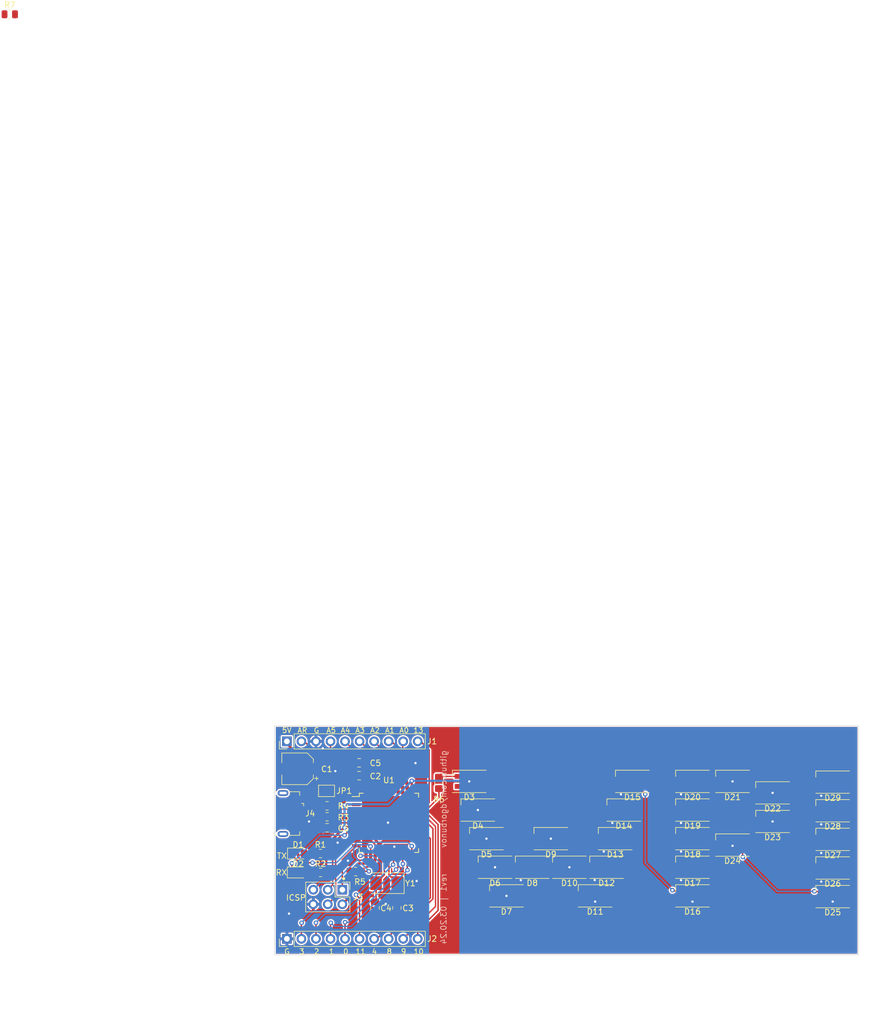
<source format=kicad_pcb>
(kicad_pcb (version 20221018) (generator pcbnew)
  (layers (0 "F.Cu" signal) (31 "B.Cu" signal) (34 "B.Paste" user) (35 "F.Paste" user) (36 "B.SilkS" user "B.Silkscreen") (37 "F.SilkS" user "F.Silkscreen") (38 "B.Mask" user) (39 "F.Mask" user) (44 "Edge.Cuts" user))
  (net 0 "")
  (net 1 "+5V")
  (net 2 "GND")
  (net 3 "Net-(U1-XTAL1)")
  (net 4 "Net-(U1-XTAL2)")
  (net 5 "Net-(U1-UCAP)")
  (net 6 "/TXLED")
  (net 7 "Net-(D1-A)")
  (net 8 "/RXLED")
  (net 9 "Net-(D2-A)")
  (net 10 "Net-(D3-DOUT)")
  (net 11 "Net-(D3-DIN)")
  (net 12 "Net-(D4-DOUT)")
  (net 13 "Net-(D5-DOUT)")
  (net 14 "Net-(D6-DOUT)")
  (net 15 "Net-(D7-DOUT)")
  (net 16 "/MISO")
  (net 17 "/SCK")
  (net 18 "/MOSI")
  (net 19 "/RESET")
  (net 20 "Net-(J4-VBUS)")
  (net 21 "/U_D-")
  (net 22 "/U_D+")
  (net 25 "/D+")
  (net 26 "/D-")
  (net 27 "/LED_DIN")
  (net 28 "Net-(D8-DOUT)")
  (net 29 "/D9_DOUT")
  (net 30 "Net-(D10-DOUT)")
  (net 31 "Net-(D11-DOUT)")
  (net 32 "Net-(D12-DOUT)")
  (net 33 "Net-(D13-DOUT)")
  (net 34 "Net-(D14-DOUT)")
  (net 35 "Net-(D15-DOUT)")
  (net 36 "/D16_DOUT")
  (net 37 "/AREF")
  (net 38 "/A0")
  (net 39 "/A1")
  (net 40 "/A2")
  (net 41 "/A3")
  (net 42 "/A4")
  (net 43 "/A5")
  (net 45 "/D13")
  (net 46 "/D3")
  (net 47 "/D2")
  (net 48 "/D0")
  (net 49 "/D1")
  (net 50 "/D4")
  (net 51 "/D11")
  (net 53 "/D8")
  (net 54 "/D9")
  (net 55 "Net-(D17-DOUT)")
  (net 56 "Net-(D18-DOUT)")
  (net 57 "Net-(D19-DOUT)")
  (net 58 "Net-(D20-DOUT)")
  (net 59 "Net-(D21-DOUT)")
  (net 60 "Net-(D22-DOUT)")
  (net 61 "/D23_DOUT")
  (net 62 "Net-(D24-DOUT)")
  (net 63 "Net-(D25-DOUT)")
  (net 64 "Net-(D26-DOUT)")
  (net 65 "Net-(D27-DOUT)")
  (net 66 "Net-(D28-DOUT)")
  (net 69 "/D10")
  (footprint "LOGO" (layer "F.Cu") (at 125.95 162)
    (fp_text reference "G***" hide)
    (fp_text value "LOGO" hide)
  )
  (footprint "LED_SMD:LED_SK6812MINI_PLCC4_3.5x3.5mm_P1.75mm" (layer "F.Cu") (at 145.5 140.125 180)
    (fp_text reference "D28")
    (fp_text value "SK6812MINI")
  )
  (footprint "LED_SMD:LED_0805_2012Metric_Pad1.15x1.40mm_HandSolder" (layer "F.Cu") (at 52.07 150.9)
    (fp_text reference "D2")
    (fp_text value "RX")
  )
  (footprint "LOGO" (layer "F.Cu") (at 147.9 175.5)
    (fp_text reference "G***" hide)
    (fp_text value "LOGO" hide)
  )
  (footprint "LED_SMD:LED_SK6812MINI_PLCC4_3.5x3.5mm_P1.75mm" (layer "F.Cu") (at 121 145 180)
    (fp_text reference "D18")
    (fp_text value "SK6812MINI")
  )
  (footprint "LED_SMD:LED_SK6812MINI_PLCC4_3.5x3.5mm_P1.75mm" (layer "F.Cu") (at 86.5 150 180)
    (fp_text reference "D6")
    (fp_text value "SK6812MINI")
  )
  (footprint "LED_SMD:LED_SK6812MINI_PLCC4_3.5x3.5mm_P1.75mm" (layer "F.Cu") (at 110.5 135 180)
    (fp_text reference "D15")
    (fp_text value "SK6812MINI")
  )
  (footprint "Capacitor_SMD:C_0805_2012Metric_Pad1.18x1.45mm_HandSolder" (layer "F.Cu") (at 69.342 157.099 -90)
    (fp_text reference "C3")
    (fp_text value "22pF")
  )
  (footprint "LED_SMD:LED_SK6812MINI_PLCC4_3.5x3.5mm_P1.75mm" (layer "F.Cu") (at 135 142 180)
    (fp_text reference "D23")
    (fp_text value "SK6812MINI")
  )
  (footprint "Connector_PinHeader_2.54mm:PinHeader_2x03_P2.54mm_Vertical" (layer "F.Cu") (at 59.817 153.924 -90)
    (fp_text reference "J3")
    (fp_text value "ICSP")
  )
  (footprint "Jumper:SolderJumper-2_P1.3mm_Open_TrianglePad1.0x1.5mm" (layer "F.Cu") (at 57.06 136.652)
    (fp_text reference "JP1")
    (fp_text value "Jumper_2_Open" hide)
  )
  (footprint "LED_SMD:LED_SK6812MINI_PLCC4_3.5x3.5mm_P1.75mm" (layer "F.Cu") (at 128 135 180)
    (fp_text reference "D21")
    (fp_text value "SK6812MINI")
  )
  (footprint "Crystal:Crystal_SMD_5032-2Pin_5.0x3.2mm" (layer "F.Cu") (at 67.564 152.781 180)
    (fp_text reference "Y1")
    (fp_text value "16MHz")
  )
  (footprint "LED_SMD:LED_SK6812MINI_PLCC4_3.5x3.5mm_P1.75mm" (layer "F.Cu") (at 83.5 140 180)
    (fp_text reference "D4")
    (fp_text value "SK6812MINI")
  )
  (footprint "LED_SMD:LED_SK6812MINI_PLCC4_3.5x3.5mm_P1.75mm" (layer "F.Cu") (at 104 155 180)
    (fp_text reference "D11")
    (fp_text value "SK6812MINI")
  )
  (footprint "Connector_PinHeader_2.54mm:PinHeader_1x10_P2.54mm_Vertical" (layer "F.Cu") (at 50.13 128 90)
    (fp_text reference "J1")
    (fp_text value "Conn_01x10")
  )
  (footprint "LOGO" (layer "F.Cu") (at 142.15 161.8)
    (fp_text reference "G***" hide)
    (fp_text value "LOGO" hide)
  )
  (footprint "Capacitor_SMD:C_0805_2012Metric_Pad1.18x1.45mm_HandSolder" (layer "F.Cu") (at 65.532 157.099 -90)
    (fp_text reference "C4")
    (fp_text value "22pF")
  )
  (footprint "Capacitor_SMD:C_0805_2012Metric_Pad1.18x1.45mm_HandSolder" (layer "F.Cu") (at 57.15 143.1 180)
    (fp_text reference "C6")
    (fp_text value "1uF")
  )
  (footprint "Resistor_SMD:R_0805_2012Metric" (layer "F.Cu") (at 1.705 0.975)
    (fp_text reference "R7")
    (fp_text value "R")
  )
  (footprint "Connector_PinHeader_2.54mm:PinHeader_1x10_P2.54mm_Vertical" (layer "F.Cu") (at 50.13 162.5 90)
    (fp_text reference "J2")
    (fp_text value "Conn_01x10")
  )
  (footprint "Resistor_SMD:R_0805_2012Metric_Pad1.20x1.40mm_HandSolder" (layer "F.Cu") (at 62.15 150.75)
    (fp_text reference "R5")
    (fp_text value "10k")
  )
  (footprint "Connector_USB:USB_Micro-B_GCT_USB3076-30-A" (layer "F.Cu") (at 50.659 140.607 -90)
    (fp_text reference "J4")
    (fp_text value "USB_B_Micro")
  )
  (footprint "LED_SMD:LED_SK6812MINI_PLCC4_3.5x3.5mm_P1.75mm" (layer "F.Cu") (at 121 135 180)
    (fp_text reference "D20")
    (fp_text value "SK6812MINI")
  )
  (footprint "Capacitor_SMD:CP_Elec_5x5.3" (layer "F.Cu") (at 52 132.8 180)
    (fp_text reference "C1")
    (fp_text value "100uF")
  )
  (footprint "LED_SMD:LED_SK6812MINI_PLCC4_3.5x3.5mm_P1.75mm" (layer "F.Cu") (at 109 140 180)
    (fp_text reference "D14")
    (fp_text value "SK6812MINI")
  )
  (footprint "Resistor_SMD:R_0805_2012Metric_Pad1.20x1.40mm_HandSolder" (layer "F.Cu") (at 76.7 135.25 90)
    (fp_text reference "R6")
    (fp_text value "470")
  )
  (footprint "LED_SMD:LED_SK6812MINI_PLCC4_3.5x3.5mm_P1.75mm" (layer "F.Cu") (at 121 150 180)
    (fp_text reference "D17")
    (fp_text value "SK6812MINI")
  )
  (footprint "Resistor_SMD:R_0805_2012Metric_Pad1.20x1.40mm_HandSolder" (layer "F.Cu") (at 57.15 141.165 180)
    (fp_text reference "R3")
    (fp_text value "22")
  )
  (footprint "Capacitor_SMD:C_0805_2012Metric_Pad1.18x1.45mm_HandSolder" (layer "F.Cu") (at 62.75 134 180)
    (fp_text reference "C2")
    (fp_text value "1uF")
  )
  (footprint "LED_SMD:LED_SK6812MINI_PLCC4_3.5x3.5mm_P1.75mm" (layer "F.Cu") (at 88.5 155 180)
    (fp_text reference "D7")
    (fp_text value "SK6812MINI")
  )
  (footprint "LED_SMD:LED_SK6812MINI_PLCC4_3.5x3.5mm_P1.75mm" (layer "F.Cu") (at 128 146.125 180)
    (fp_text reference "D24")
    (fp_text value "SK6812MINI")
  )
  (footprint "Resistor_SMD:R_0805_2012Metric_Pad1.20x1.40mm_HandSolder" (layer "F.Cu") (at 56.007 150.9)
    (fp_text reference "R2")
    (fp_text value "100")
  )
  (footprint "LED_SMD:LED_SK6812MINI_PLCC4_3.5x3.5mm_P1.75mm" (layer "F.Cu") (at 135 137 180)
    (fp_text reference "D22")
    (fp_text value "SK6812MINI")
  )
  (footprint "LED_SMD:LED_SK6812MINI_PLCC4_3.5x3.5mm_P1.75mm" (layer "F.Cu") (at 96.25 145 180)
    (fp_text reference "D9")
    (fp_text value "SK6812MINI")
  )
  (footprint "LED_SMD:LED_SK6812MINI_PLCC4_3.5x3.5mm_P1.75mm" (layer "F.Cu") (at 121 155 180)
    (fp_text reference "D16")
    (fp_text value "SK6812MINI")
  )
  (footprint "LED_SMD:LED_SK6812MINI_PLCC4_3.5x3.5mm_P1.75mm" (layer "F.Cu") (at 145.5 150.125 180)
    (fp_text reference "D26")
    (fp_text value "SK6812MINI")
  )
  (footprint "LED_SMD:LED_SK6812MINI_PLCC4_3.5x3.5mm_P1.75mm" (layer "F.Cu") (at 145.5 135.125 180)
    (fp_text reference "D29")
    (fp_text value "SK6812MINI")
  )
  (footprint "LED_SMD:LED_SK6812MINI_PLCC4_3.5x3.5mm_P1.75mm" (layer "F.Cu") (at 93 150 180)
    (fp_text reference "D8")
    (fp_text value "SK6812MINI")
  )
  (footprint "Resistor_SMD:R_0805_2012Metric_Pad1.20x1.40mm_HandSolder" (layer "F.Cu") (at 57.15 139.26 180)
    (fp_text reference "R4")
    (fp_text value "22")
  )
  (footprint "LED_SMD:LED_SK6812MINI_PLCC4_3.5x3.5mm_P1.75mm" (layer "F.Cu") (at 106 150 180)
    (fp_text reference "D12")
    (fp_text value "SK6812MINI")
  )
  (footprint "Capacitor_SMD:C_0805_2012Metric_Pad1.18x1.45mm_HandSolder" (layer "F.Cu") (at 62.75 131.75 180)
    (fp_text reference "C5")
    (fp_text value "0.1uF")
  )
  (footprint "LED_SMD:LED_SK6812MINI_PLCC4_3.5x3.5mm_P1.75mm" (layer "F.Cu") (at 82 135 180)
    (fp_text reference "D3")
    (fp_text value "SK6812MINI")
  )
  (footprint "LED_SMD:LED_SK6812MINI_PLCC4_3.5x3.5mm_P1.75mm" (layer "F.Cu") (at 99.5 150 180)
    (fp_text reference "D10")
    (fp_text value "SK6812MINI")
  )
  (footprint "Resistor_SMD:R_0805_2012Metric_Pad1.20x1.40mm_HandSolder" (layer "F.Cu") (at 56 147.6)
    (fp_text reference "R1")
    (fp_text value "100")
  )
  (footprint "Package_QFP:TQFP-44_10x10mm_P0.8mm" (layer "F.Cu") (at 67.96 142.24)
    (fp_text reference "U1")
    (fp_text value "ATmega32U4-A")
  )
  (footprint "LED_SMD:LED_SK6812MINI_PLCC4_3.5x3.5mm_P1.75mm" (layer "F.Cu") (at 85 145 180)
    (fp_text reference "D5")
    (fp_text value "SK6812MINI")
  )
  (footprint "LED_SMD:LED_0805_2012Metric_Pad1.15x1.40mm_HandSolder" (layer "F.Cu") (at 52.1 147.6)
    (fp_text reference "D1")
    (fp_text value "TX")
  )
  (footprint "LED_SMD:LED_SK6812MINI_PLCC4_3.5x3.5mm_P1.75mm" (layer "F.Cu") (at 107.5 145 180)
    (fp_text reference "D13")
    (fp_text value "SK6812MINI")
  )
  (footprint "LED_SMD:LED_SK6812MINI_PLCC4_3.5x3.5mm_P1.75mm" (layer "F.Cu") (at 145.5 145.125 180)
    (fp_text reference "D27")
    (fp_text value "SK6812MINI")
  )
  (footprint "LED_SMD:LED_SK6812MINI_PLCC4_3.5x3.5mm_P1.75mm" (layer "F.Cu") (at 121 140 180)
    (fp_text reference "D19")
    (fp_text value "SK6812MINI")
  )
  (footprint "LED_SMD:LED_SK6812MINI_PLCC4_3.5x3.5mm_P1.75mm" (layer "F.Cu") (at 145.5 155.125 180)
    (fp_text reference "D25")
    (fp_text value "SK6812MINI")
  )
  (gr_rect (start 48.006 125.292) (end 150.006 165.292) (stroke (width 0.1)) (fill none) (layer "Edge.Cuts"))
  (gr_text "rev1 | 03.20.24" (at 78.1 151 90) (layer "B.SilkS") (effects (font (size 1 1)) (justify left bottom mirror)))
  (gr_text "github.com/dgorbunov" (at 78.1 129.5 90) (layer "B.SilkS") (effects (font (size 1 1) (thickness 0.15) bold) (justify left bottom mirror)))
  (gr_text "." (at 59.45 152.25) (layer "F.SilkS") (effects (font (size 1.5 1.5) (thickness 0.375) bold) (justify left bottom)))
  (gr_text "8" (at 67.5 165.25) (layer "F.SilkS") (effects (font (size 0.9 0.9)) (justify left bottom)))
  (gr_text "1" (at 57.4 165.25) (layer "F.SilkS") (effects (font (size 0.9 0.9)) (justify left bottom)))
  (gr_text "13" (at 72.15 126.6) (layer "F.SilkS") (effects (font (size 0.9 0.9)) (justify left bottom)))
  (gr_text "ICSP" (at 49.9 155.9) (layer "F.SilkS") (effects (font (size 1 1)) (justify left bottom)))
  (gr_text "A3" (at 62 126.6) (layer "F.SilkS") (effects (font (size 0.9 0.9)) (justify left bottom)))
  (gr_text "A2" (at 64.6 126.6) (layer "F.SilkS") (effects (font (size 0.9 0.9)) (justify left bottom)))
  (gr_text "9" (at 70 165.25) (layer "F.SilkS") (effects (font (size 0.9 0.9)) (justify left bottom)))
  (gr_text "A5" (at 56.95 126.6) (layer "F.SilkS") (effects (font (size 0.9 0.9)) (justify left bottom)))
  (gr_text "AR" (at 51.9 126.6) (layer "F.SilkS") (effects (font (size 0.9 0.9)) (justify left bottom)))
  (gr_text "3" (at 52.2 165.25) (layer "F.SilkS") (effects (font (size 0.9 0.9)) (justify left bottom)))
  (gr_text "4" (at 64.9 165.25) (layer "F.SilkS") (effects (font (size 0.9 0.9)) (justify left bottom)))
  (gr_text "5V" (at 49.2 126.6) (layer "F.SilkS") (effects (font (size 0.9 0.9)) (justify left bottom)))
  (gr_text "A0" (at 69.7 126.6) (layer "F.SilkS") (effects (font (size 0.9 0.9)) (justify left bottom)))
  (gr_text "G" (at 54.75 126.6) (layer "F.SilkS") (effects (font (size 0.9 0.9)) (justify left bottom)))
  (gr_text "A4" (at 59.45 126.6) (layer "F.SilkS") (effects (font (size 0.9 0.9)) (justify left bottom)))
  (gr_text "A1" (at 67.2 126.6) (layer "F.SilkS") (effects (font (size 0.9 0.9)) (justify left bottom)))
  (gr_text "G" (at 49.6 165.25) (layer "F.SilkS") (effects (font (size 0.9 0.9)) (justify left bottom)))
  (gr_text "10" (at 72.2 165.25) (layer "F.SilkS") (effects (font (size 0.9 0.9)) (justify left bottom)))
  (gr_text "RX" (at 48.1 151.5) (layer "F.SilkS") (effects (font (size 1 1)) (justify left bottom)))
  (gr_text "TX" (at 48.3 148.6) (layer "F.SilkS") (effects (font (size 1 1)) (justify left bottom)))
  (gr_text "0" (at 59.9 165.25) (layer "F.SilkS") (effects (font (size 0.9 0.9)) (justify left bottom)))
  (gr_text "2" (at 54.8 165.25) (layer "F.SilkS") (effects (font (size 0.9 0.9)) (justify left bottom)))
  (gr_text "11" (at 62.05 165.25) (layer "F.SilkS") (effects (font (size 0.9 0.9)) (justify left bottom)))
  (segment (start 105.75 145.875) (end 105.75 147) (width 0.25) (layer "F.Cu") (net 1))
  (segment (start 62.55 149.35) (end 65.175 149.35) (width 0.4) (layer "F.Cu") (net 1))
  (segment (start 107.25 142) (end 107 142.25) (width 0.25) (layer "F.Cu") (net 1))
  (segment (start 62.8875 135.7875) (end 63.64 136.54) (width 0.4) (layer "F.Cu") (net 1))
  (segment (start 133.25 137.875) (end 134.125 137.875) (width 0.25) (layer "F.Cu") (net 1))
  (segment (start 143.75 156) (end 145.5 156) (width 0.25) (layer "F.Cu") (net 1))
  (segment (start 91.25 152) (end 91 152.25) (width 0.25) (layer "F.Cu") (net 1))
  (segment (start 60.1 143.1) (end 57 146.2) (width 0.4) (layer "F.Cu") (net 1))
  (segment (start 63.7875 134.9125) (end 63.7875 134) (width 0.4) (layer "F.Cu") (net 1))
  (segment (start 62.8875 135.7875) (end 62.9125 135.7875) (width 0.4) (layer "F.Cu") (net 1))
  (segment (start 82 135) (end 81.125 135) (width 0.25) (layer "F.Cu") (net 1))
  (segment (start 60.2 139.067) (end 60.2 139.1) (width 0.4) (layer "F.Cu") (net 1))
  (segment (start 104.25 151.897483) (end 104.25 150.875) (width 0.25) (layer "F.Cu") (net 1))
  (segment (start 57.785 136.085) (end 54.2 132.5) (width 0.4) (layer "F.Cu") (net 1))
  (segment (start 87.625 155) (end 88.5 155) (width 0.25) (layer "F.Cu") (net 1))
  (segment (start 61.15 150.75) (end 62.55 149.35) (width 0.4) (layer "F.Cu") (net 1))
  (segment (start 65.56 146.79) (end 66.075 146.275) (width 0.4) (layer "F.Cu") (net 1))
  (segment (start 63.64 136.54) (end 63.96 136.54) (width 0.4) (layer "F.Cu") (net 1))
  (segment (start 66.91 145.44) (end 73.66 145.44) (width 0.4) (layer "F.Cu") (net 1))
  (segment (start 119.25 140.875) (end 119.25 142) (width 0.25) (layer "F.Cu") (net 1))
  (segment (start 62.22 143) (end 62.26 143.04) (width 0.4) (layer "F.Cu") (net 1))
  (segment (start 57 150.742) (end 57.007 150.749) (width 0.4) (layer "F.Cu") (net 1))
  (segment (start 143.75 147.25) (end 143.5 147.5) (width 0.25) (layer "F.Cu") (net 1))
  (segment (start 143.75 137.25) (end 143.5 137.5) (width 0.25) (layer "F.Cu") (net 1))
  (segment (start 62.9125 135.7875) (end 63.7875 134.9125) (width 0.4) (layer "F.Cu") (net 1))
  (segment (start 98.625 150) (end 99.5 150) (width 0.25) (layer "F.Cu") (net 1))
  (segment (start 134.125 142.875) (end 135 142) (width 0.25) (layer "F.Cu") (net 1))
  (segment (start 63.41 143.04) (end 66.075 145.705) (width 0.4) (layer "F.Cu") (net 1))
  (segment (start 97.75 150.875) (end 98.625 150) (width 0.25) (layer "F.Cu") (net 1))
  (segment (start 82.625 140) (end 81.75 140.875) (width 0.25) (layer "F.Cu") (net 1))
  (segment (start 143.75 146) (end 143.75 147.25) (width 0.25) (layer "F.Cu") (net 1))
  (segment (start 119.25 137) (end 119 137.25) (width 0.25) (layer "F.Cu") (net 1))
  (segment (start 65.56 147.94) (end 65.56 146.79) (width 0.4) (layer "F.Cu") (net 1))
  (segment (start 119.25 145.875) (end 119.25 147) (width 0.25) (layer "F.Cu") (net 1))
  (segment (start 60.2 138.475) (end 62.8875 135.7875) (width 0.4) (layer "F.Cu") (net 1))
  (segment (start 62.26 139.04) (end 60.24 139.04) (width 0.4) (layer "F.Cu") (net 1))
  (segment (start 108.75 135.875) (end 108.75 137) (width 0.25) (layer "F.Cu") (net 1))
  (segment (start 66.075 146.275) (end 66.91 145.44) (width 0.4) (layer "F.Cu") (net 1))
  (segment (start 143.75 142.25) (end 143.5 142.5) (width 0.25) (layer "F.Cu") (net 1))
  (segment (start 119.25 147) (end 119 147.25) (width 0.25) (layer "F.Cu") (net 1))
  (segment (start 60.2 139.1) (end 60.233 139.1) (width 0.4) (layer "F.Cu") (net 1))
  (segment (start 71.96 136.54) (end 71.867 136.54) (width 0.4) (layer "F.Cu") (net 1))
  (segment (start 103.875 155.875) (end 102.25 155.875) (width 0.25) (layer "F.Cu") (net 1))
  (segment (start 143.75 141) (end 143.75 142.25) (width 0.25) (layer "F.Cu") (net 1))
  (segment (start 85.75 150) (end 86.5 150) (width 0.25) (layer "F.Cu") (net 1))
  (segment (start 94.5 145.875) (end 95.375 145) (width 0.25) (layer "F.Cu") (net 1))
  (segment (start 119.25 152) (end 119 152.25) (width 0.25) (layer "F.Cu") (net 1))
  (segment (start 61.15 155.131) (end 59.817 156.464) (width 0.4) (layer "F.Cu") (net 1))
  (segment (start 103.914569 152.232914) (end 104.25 151.897483) (width 0.25) (layer "F.Cu") (net 1))
  (segment (start 84.125 145) (end 85 145) (width 0.25) (layer "F.Cu") (net 1))
  (segment (start 54.2 132.5) (end 50.13 128.43) (width 0.4) (layer "F.Cu") (net 1))
  (segment (start 120.875 155.875) (end 121 156) (width 0.25) (layer "F.Cu") (net 1))
  (segment (start 81.125 135) (end 80.25 135.875) (width 0.25) (layer "F.Cu") (net 1))
  (segment (start 60.24 139.04) (end 60.2 139) (width 0.4) (layer "F.Cu") (net 1))
  (segment (start 50.13 128.43) (end 50.13 127.5) (width 0.4) (layer "F.Cu") (net 1))
  (segment (start 126.25 135.875) (end 127.125 135.875) (width 0.25) (layer "F.Cu") (net 1))
  (segment (start 63.7875 134) (end 63.96 134.1725) (width 0.25) (layer "F.Cu") (net 1))
  (segment (start 60.2 143) (end 60.2 143) (width 0.4) (layer "F.Cu") (net 1))
  (segment (start 126.25 147) (end 127.25 147) (width 0.25) (layer "F.Cu") (net 1))
  (segment (start 108.75 137) (end 108.5 137.25) (width 0.25) (layer "F.Cu") (net 1))
  (segment (start 61.15 150.75) (end 61.15 155.131) (width 0.4) (layer "F.Cu") (net 1))
  (segment (start 57.785 136.652) (end 60.2 139.067) (width 0.4) (layer "F.Cu") (net 1))
  (segment (start 84.75 150.875) (end 84.875 150.875) (width 0.25) (layer "F.Cu") (net 1))
  (segment (start 65.56 148.965) (end 65.56 147.94) (width 0.4) (layer "F.Cu") (net 1))
  (segment (start 107.25 140.875) (end 107.25 142) (width 0.25) (layer "F.Cu") (net 1))
  (segment (start 119.25 135.875) (end 119.25 137) (width 0.25) (layer "F.Cu") (net 1))
  (segment (start 105.75 147) (end 105.5 147.25) (width 0.25) (layer "F.Cu") (net 1))
  (segment (start 57 147.9) (end 57 150.742) (width 0.4) (layer "F.Cu") (net 1))
  (segment (start 60.233 139.1) (end 60.173 139.04) (width 0.4) (layer "F.Cu") (net 1))
  (segment (start 57 146.2) (end 57 147.9) (width 0.4) (layer "F.Cu") (net 1))
  (segment (start 83.25 145.875) (end 84.125 145) (width 0.25) (layer "F.Cu") (net 1))
  (segment (start 60.2 143) (end 62.22 143) (width 0.4) (layer "F.Cu") (net 1))
  (segment (start 133.25 142.875) (end 134.125 142.875) (width 0.25) (layer "F.Cu") (net 1))
  (segment (start 127.25 147) (end 128 146.25) (width 0.25) (layer "F.Cu") (net 1))
  (segment (start 134.125 137.875) (end 135 137) (width 0.25) (layer "F.Cu") (net 1))
  (segment (start 119.25 150.875) (end 119.25 152) (width 0.25) (layer "F.Cu") (net 1))
  (segment (start 84.875 150.875) (end 85.75 150) (width 0.25) (layer "F.Cu") (net 1))
  (segment (start 91.25 150.875) (end 91.25 152) (width 0.25) (layer "F.Cu") (net 1))
  (segment (start 66.075 145.705) (end 66.075 146.275) (width 0.4) (layer "F.Cu") (net 1))
  (segment (start 119.25 142) (end 119 142.25) (width 0.25) (layer "F.Cu") (net 1))
  (segment (start 119.25 155.875) (end 120.875 155.875) (width 0.25) (layer "F.Cu") (net 1))
  (segment (start 60.2 143) (end 60.2 143.1) (width 0.4) (layer "F.Cu") (net 1))
  (segment (start 86.75 155.875) (end 87.625 155) (width 0.25) (layer "F.Cu") (net 1))
  (segment (start 71.95 134.9) (end 71.95 136.53) (width 0.4) (layer "F.Cu") (net 1))
  (segment (start 60.2 143.1) (end 60.1 143.1) (width 0.4) (layer "F.Cu") (net 1))
  (segment (start 104 156) (end 103.875 155.875) (width 0.25) (layer "F.Cu") (net 1))
  (segment (start 60.2 139) (end 60.2 138.475) (width 0.4) (layer "F.Cu") (net 1))
  (segment (start 65.175 149.35) (end 65.56 148.965) (width 0.4) (layer "F.Cu") (net 1))
  (segment (start 127.125 135.875) (end 128 135) (width 0.25) (layer "F.Cu") (net 1))
  (segment (start 57.785 136.652) (end 57.785 136.085) (width 0.4) (layer "F.Cu") (net 1))
  (segment (start 60.173 139.04) (end 60.2 139) (width 0.4) (layer "F.Cu") (net 1))
  (segment (start 143.75 151) (end 143.75 152.25) (width 0.25) (layer "F.Cu") (net 1))
  (segment (start 62.26 143.04) (end 63.41 143.04) (width 0.4) (layer "F.Cu") (net 1))
  (segment (start 83.5 140) (end 82.625 140) (width 0.25) (layer "F.Cu") (net 1))
  (segment (start 143.75 136) (end 143.75 137.25) (width 0.25) (layer "F.Cu") (net 1))
  (segment (start 95.375 145) (end 96.25 145) (width 0.25) (layer "F.Cu") (net 1))
  (segment (start 71.95 136.53) (end 71.96 136.54) (width 0.4) (layer "F.Cu") (net 1))
  (segment (start 143.75 152.25) (end 143.5 152.5) (width 0.25) (layer "F.Cu") (net 1))
  (via (at 145.5 156) (size 0.8) (drill 0.4) (layers "F.Cu" "B.Cu") (net 1))
  (via (at 88.5 155) (size 0.8) (drill 0.4) (layers "F.Cu" "B.Cu") (net 1))
  (via (at 135 142) (size 0.8) (drill 0.4) (layers "F.Cu" "B.Cu") (net 1))
  (via (at 128 135) (size 0.8) (drill 0.4) (layers "F.Cu" "B.Cu") (net 1))
  (via (at 143.5 152.5) (size 0.8) (drill 0.4) (layers "F.Cu" "B.Cu") (net 1))
  (via (at 143.5 137.5) (size 0.8) (drill 0.4) (layers "F.Cu" "B.Cu") (net 1))
  (via (at 60.2 143.1) (size 0.8) (drill 0.4) (layers "F.Cu" "B.Cu") (net 1))
  (via (at 96.25 145) (size 0.8) (drill 0.4) (layers "F.Cu" "B.Cu") (net 1))
  (via (at 91 152.25) (size 0.8) (drill 0.4) (layers "F.Cu" "B.Cu") (net 1))
  (via (at 108.5 137.25) (size 0.8) (drill 0.4) (layers "F.Cu" "B.Cu") (net 1))
  (via (at 104 156) (size 0.8) (drill 0.4) (layers "F.Cu" "B.Cu") (net 1))
  (via (at 105.5 147.25) (size 0.8) (drill 0.4) (layers "F.Cu" "B.Cu") (net 1))
  (via (at 135 137) (size 0.8) (drill 0.4) (layers "F.Cu" "B.Cu") (net 1))
  (via (at 128 146.25) (size 0.8) (drill 0.4) (layers "F.Cu" "B.Cu") (net 1))
  (via (at 143.5 147.5) (size 0.8) (drill 0.4) (layers "F.Cu" "B.Cu") (net 1))
  (via (at 119 147.25) (size 0.8) (drill 0.4) (layers "F.Cu" "B.Cu") (net 1))
  (via (at 119 137.25) (size 0.8) (drill 0.4) (layers "F.Cu" "B.Cu") (net 1))
  (via (at 82 135) (size 0.8) (drill 0.4) (layers "F.Cu" "B.Cu") (net 1))
  (via (at 107 142.25) (size 0.8) (drill 0.4) (layers "F.Cu" "B.Cu") (net 1))
  (via (at 119 152.25) (size 0.8) (drill 0.4) (layers "F.Cu" "B.Cu") (net 1))
  (via (at 83.5 140) (size 0.8) (drill 0.4) (layers "F.Cu" "B.Cu") (net 1))
  (via (at 86.5 150) (size 0.8) (drill 0.4) (layers "F.Cu" "B.Cu") (net 1))
  (via (at 71.95 134.9) (size 0.8) (drill 0.4) (layers "F.Cu" "B.Cu") (net 1))
  (via (at 103.914569 152.232914) (size 0.8) (drill 0.4) (layers "F.Cu" "B.Cu") (net 1))
  (via (at 99.5 150) (size 0.8) (drill 0.4) (layers "F.Cu" "B.Cu") (net 1))
  (via (at 143.5 142.5) (size 0.8) (drill 0.4) (layers "F.Cu" "B.Cu") (net 1))
  (via (at 119 142.25) (size 0.8) (drill 0.4) (layers "F.Cu" "B.Cu") (net 1))
  (via (at 121 156) (size 0.8) (drill 0.4) (layers "F.Cu" "B.Cu") (net 1))
  (via (at 60.2 139.1) (size 0.8) (drill 0.4) (layers "F.Cu" "B.Cu") (net 1))
  (via (at 85 145) (size 0.8) (drill 0.4) (layers "F.Cu" "B.Cu") (net 1))
  (segment (start 60.2 139.1) (end 60.2 143.1) (width 0.4) (layer "B.Cu") (net 1))
  (segment (start 67.85 139) (end 60.2 139) (width 0.4) (layer "B.Cu") (net 1))
  (segment (start 71.95 134.9) (end 81.9 134.9) (width 0.4) (layer "B.Cu") (net 1))
  (segment (start 71.95 134.9) (end 67.85 139) (width 0.4) (layer "B.Cu") (net 1))
  (segment (start 81.9 134.9) (end 82 135) (width 0.4) (layer "B.Cu") (net 1))
  (via (at 58.6 133.2) (size 0.8) (drill 0.4) (layers "F.Cu" "B.Cu") (net 2))
  (via (at 60.8 148.85) (size 0.8) (drill 0.4) (layers "F.Cu" "B.Cu") (net 2))
  (via (at 67.4 156.4) (size 0.8) (drill 0.4) (layers "F.Cu" "B.Cu") (net 2))
  (via (at 59 145.7) (size 0.8) (drill 0.4) (layers "F.Cu" "B.Cu") (net 2))
  (via (at 54 142) (size 0.8) (drill 0.4) (layers "F.Cu" "B.Cu") (net 2))
  (via (at 67.8 142.2) (size 0.8) (drill 0.4) (layers "F.Cu" "B.Cu") (net 2))
  (via (at 72.8 152.4) (size 0.8) (drill 0.4) (layers "F.Cu" "B.Cu") (net 2))
  (via (at 56.4 129.2) (size 0.8) (drill 0.4) (layers "F.Cu" "B.Cu") (net 2))
  (via (at 72.6 131.8) (size 0.8) (drill 0.4) (layers "F.Cu" "B.Cu") (net 2))
  (via (at 50.5 158.1) (size 0.8) (drill 0.4) (layers "F.Cu" "B.Cu") (net 2))
  (via (at 68.9 146.4) (size 0.8) (drill 0.4) (layers "F.Cu" "B.Cu") (net 2))
  (segment (start 69.414 155.9895) (end 69.342 156.0615) (width 0.25) (layer "F.Cu") (net 3))
  (segment (start 67.96 151.327) (end 69.414 152.781) (width 0.25) (layer "F.Cu") (net 3))
  (segment (start 67.96 147.94) (end 67.96 151.327) (width 0.25) (layer "F.Cu") (net 3))
  (segment (start 69.414 152.781) (end 69.414 155.9895) (width 0.25) (layer "F.Cu") (net 3))
  (segment (start 65.714 152.781) (end 65.714 155.8795) (width 0.25) (layer "F.Cu") (net 4))
  (segment (start 65.714 155.8795) (end 65.532 156.0615) (width 0.25) (layer "F.Cu") (net 4))
  (segment (start 67.16 147.94) (end 67.16 151.335) (width 0.25) (layer "F.Cu") (net 4))
  (segment (start 67.16 151.335) (end 65.714 152.781) (width 0.25) (layer "F.Cu") (net 4))
  (segment (start 58.1875 143.1) (end 59.0475 142.24) (width 0.25) (layer "F.Cu") (net 5))
  (segment (start 59.0475 142.24) (end 62.26 142.24) (width 0.25) (layer "F.Cu") (net 5))
  (segment (start 71.96 147.94) (end 71.96 146.31) (width 0.25) (layer "F.Cu") (net 6))
  (segment (start 54.6 149.2) (end 52.345 149.2) (width 0.25) (layer "F.Cu") (net 6))
  (segment (start 52.345 149.2) (end 51.045 147.9) (width 0.25) (layer "F.Cu") (net 6))
  (segment (start 71.96 146.31) (end 71.95 146.3) (width 0.25) (layer "F.Cu") (net 6))
  (via (at 54.6 149.2) (size 0.8) (drill 0.4) (layers "F.Cu" "B.Cu") (net 6))
  (via (at 71.95 146.3) (size 0.8) (drill 0.4) (layers "F.Cu" "B.Cu") (net 6))
  (segment (start 62.375 145.625) (end 71.275 145.625) (width 0.25) (layer "B.Cu") (net 6))
  (segment (start 71.275 145.625) (end 71.95 146.3) (width 0.25) (layer "B.Cu") (net 6))
  (segment (start 54.6 149.2) (end 58.8 149.2) (width 0.25) (layer "B.Cu") (net 6))
  (segment (start 58.8 149.2) (end 62.375 145.625) (width 0.25) (layer "B.Cu") (net 6))
  (segment (start 53.125 147.6) (end 55 147.6) (width 0.25) (layer "F.Cu") (net 7))
  (segment (start 60.76 143.84) (end 60.2 144.4) (width 0.25) (layer "F.Cu") (net 8))
  (segment (start 51 149.3) (end 51 150.704) (width 0.25) (layer "F.Cu") (net 8))
  (segment (start 62.26 143.84) (end 60.76 143.84) (width 0.25) (layer "F.Cu") (net 8))
  (segment (start 51 150.704) (end 51.045 150.749) (width 0.25) (layer "F.Cu") (net 8))
  (via (at 60.2 144.4) (size 0.8) (drill 0.4) (layers "F.Cu" "B.Cu") (net 8))
  (via (at 51 149.3) (size 0.8) (drill 0.4) (layers "F.Cu" "B.Cu") (net 8))
  (segment (start 55.9 144.4) (end 51 149.3) (width 0.25) (layer "B.Cu") (net 8))
  (segment (start 60.2 144.4) (end 55.9 144.4) (width 0.25) (layer "B.Cu") (net 8))
  (segment (start 55.007 150.749) (end 53.095 150.749) (width 0.25) (layer "F.Cu") (net 9))
  (segment (start 83.75 137.125) (end 81.75 139.125) (width 0.25) (layer "F.Cu") (net 10))
  (segment (start 83.75 135.875) (end 83.75 137.125) (width 0.25) (layer "F.Cu") (net 10))
  (segment (start 76.825 134.125) (end 76.7 134.25) (width 0.25) (layer "F.Cu") (net 11))
  (segment (start 80.25 134.125) (end 76.825 134.125) (width 0.25) (layer "F.Cu") (net 11))
  (segment (start 85.25 142.125) (end 83.25 144.125) (width 0.25) (layer "F.Cu") (net 12))
  (segment (start 85.25 140.875) (end 85.25 142.125) (width 0.25) (layer "F.Cu") (net 12))
  (segment (start 86.75 145.875) (end 86.75 147.125) (width 0.25) (layer "F.Cu") (net 13))
  (segment (start 86.75 147.125) (end 84.75 149.125) (width 0.25) (layer "F.Cu") (net 13))
  (segment (start 88.25 150.875) (end 88.25 152.625) (width 0.25) (layer "F.Cu") (net 14))
  (segment (start 88.25 152.625) (end 86.75 154.125) (width 0.25) (layer "F.Cu") (net 14))
  (segment (start 92.375 153.75) (end 92.375 150.25) (width 0.25) (layer "F.Cu") (net 15))
  (segment (start 90.25 155.875) (end 92.375 153.75) (width 0.25) (layer "F.Cu") (net 15))
  (segment (start 92.375 150.25) (end 91.25 149.125) (width 0.25) (layer "F.Cu") (net 15))
  (segment (start 59.817 148.683) (end 62.26 146.24) (width 0.25) (layer "F.Cu") (net 16))
  (segment (start 59.817 153.924) (end 59.817 148.683) (width 0.25) (layer "F.Cu") (net 16))
  (segment (start 58.127 153.074) (end 58.127 147.898) (width 0.25) (layer "F.Cu") (net 17))
  (segment (start 58.127 147.898) (end 61.385 144.64) (width 0.25) (layer "F.Cu") (net 17))
  (segment (start 57.277 153.924) (end 58.127 153.074) (width 0.25) (layer "F.Cu") (net 17))
  (segment (start 61.385 144.64) (end 62.26 144.64) (width 0.25) (layer "F.Cu") (net 17))
  (segment (start 58.642 155.099) (end 57.277 156.464) (width 0.25) (layer "F.Cu") (net 18))
  (segment (start 62.26 145.44) (end 61.26 145.44) (width 0.25) (layer "F.Cu") (net 18))
  (segment (start 61.26 145.44) (end 58.642 148.058) (width 0.25) (layer "F.Cu") (net 18))
  (segment (start 58.642 148.058) (end 58.642 155.099) (width 0.25) (layer "F.Cu") (net 18))
  (segment (start 64.76 147.94) (end 64.76 146.36) (width 0.25) (layer "F.Cu") (net 19))
  (segment (start 63.2 150.7) (end 63.15 150.75) (width 0.25) (layer "F.Cu") (net 19))
  (segment (start 64.45 150.7) (end 63.2 150.7) (width 0.25) (layer "F.Cu") (net 19))
  (segment (start 64.76 146.36) (end 64.75 146.35) (width 0.25) (layer "F.Cu") (net 19))
  (via (at 64.75 146.35) (size 0.8) (drill 0.4) (layers "F.Cu" "B.Cu") (net 19))
  (via (at 64.45 150.7) (size 0.8) (drill 0.4) (layers "F.Cu" "B.Cu") (net 19))
  (segment (start 64.45 150.65) (end 64.45 150.7) (width 0.25) (layer "B.Cu") (net 19))
  (segment (start 54.737 153.924) (end 55.912 152.749) (width 0.25) (layer "B.Cu") (net 19))
  (segment (start 55.912 152.749) (end 58.351 152.749) (width 0.25) (layer "B.Cu") (net 19))
  (segment (start 61.8 146.836396) (end 61.8 148) (width 0.25) (layer "B.Cu") (net 19))
  (segment (start 61.8 148) (end 62.45 148.65) (width 0.25) (layer "B.Cu") (net 19))
  (segment (start 58.351 152.749) (end 62.45 148.65) (width 0.25) (layer "B.Cu") (net 19))
  (segment (start 62.45 148.65) (end 64.45 150.65) (width 0.25) (layer "B.Cu") (net 19))
  (segment (start 64.475 146.075) (end 62.561396 146.075) (width 0.25) (layer "B.Cu") (net 19))
  (segment (start 64.75 146.35) (end 64.475 146.075) (width 0.25) (layer "B.Cu") (net 19))
  (segment (start 62.561396 146.075) (end 61.8 146.836396) (width 0.25) (layer "B.Cu") (net 19))
  (segment (start 53.68 139.307) (end 56.335 136.652) (width 0.4) (layer "F.Cu") (net 20))
  (segment (start 52.109 139.307) (end 53.68 139.307) (width 0.4) (layer "F.Cu") (net 20))
  (segment (start 52.109 139.957) (end 55.453 139.957) (width 0.2) (layer "F.Cu") (net 21))
  (segment (start 55.453 139.957) (end 56.15 139.26) (width 0.2) (layer "F.Cu") (net 21))
  (segment (start 55.592 140.607) (end 56.15 141.165) (width 0.2) (layer "F.Cu") (net 22))
  (segment (start 52.109 140.607) (end 55.592 140.607) (width 0.2) (layer "F.Cu") (net 22))
  (segment (start 58.15 141.165) (end 58.675 140.64) (width 0.2) (layer "F.Cu") (net 25))
  (segment (start 58.675 140.64) (end 62.26 140.64) (width 0.2) (layer "F.Cu") (net 25))
  (segment (start 58.73 139.84) (end 58.15 139.26) (width 0.2) (layer "F.Cu") (net 26))
  (segment (start 62.26 139.84) (end 58.73 139.84) (width 0.2) (layer "F.Cu") (net 26))
  (segment (start 74.66 139.84) (end 76.7 137.8) (width 0.25) (layer "F.Cu") (net 27))
  (segment (start 73.66 139.84) (end 74.66 139.84) (width 0.25) (layer "F.Cu") (net 27))
  (segment (start 76.7 137.8) (end 76.7 136.25) (width 0.25) (layer "F.Cu") (net 27))
  (segment (start 93.375 149.5) (end 93.375 145.25) (width 0.25) (layer "F.Cu") (net 28))
  (segment (start 94.75 150.875) (end 93.375 149.5) (width 0.25) (layer "F.Cu") (net 28))
  (segment (start 93.375 145.25) (end 94.5 144.125) (width 0.25) (layer "F.Cu") (net 28))
  (segment (start 98 148.875) (end 97.75 149.125) (width 0.25) (layer "F.Cu") (net 29))
  (segment (start 98 145.875) (end 98 148.875) (width 0.25) (layer "F.Cu") (net 29))
  (segment (start 101.25 150.875) (end 101.25 153.125) (width 0.25) (layer "F.Cu") (net 30))
  (segment (start 101.25 153.125) (end 102.25 154.125) (width 0.25) (layer "F.Cu") (net 30))
  (segment (start 105.5 152) (end 105.5 150.375) (width 0.25) (layer "F.Cu") (net 31))
  (segment (start 104.625 152.875) (end 105.5 152) (width 0.25) (layer "F.Cu") (net 31))
  (segment (start 105.5 150.375) (end 104.25 149.125) (width 0.25) (layer "F.Cu") (net 31))
  (segment (start 104.625 154.75) (end 104.625 152.875) (width 0.25) (layer "F.Cu") (net 31))
  (segment (start 105.75 155.875) (end 104.625 154.75) (width 0.25) (layer "F.Cu") (net 31))
  (segment (start 107 145.375) (end 105.75 144.125) (width 0.25) (layer "F.Cu") (net 32))
  (segment (start 106.625 149.75) (end 106.625 146.875) (width 0.25) (layer "F.Cu") (net 32))
  (segment (start 107 146.5) (end 107 145.375) (width 0.25) (layer "F.Cu") (net 32))
  (segment (start 107.75 150.875) (end 106.625 149.75) (width 0.25) (layer "F.Cu") (net 32))
  (segment (start 106.625 146.875) (end 107 146.5) (width 0.25) (layer "F.Cu") (net 32))
  (segment (start 108.125 144.75) (end 108.125 141.875) (width 0.25) (layer "F.Cu") (net 33))
  (segment (start 108.125 141.875) (end 108.375 141.625) (width 0.25) (layer "F.Cu") (net 33))
  (segment (start 108.375 140.25) (end 107.25 139.125) (width 0.25) (layer "F.Cu") (net 33))
  (segment (start 109.25 145.875) (end 108.125 144.75) (width 0.25) (layer "F.Cu") (net 33))
  (segment (start 108.375 141.625) (end 108.375 140.25) (width 0.25) (layer "F.Cu") (net 33))
  (segment (start 110.75 140.875) (end 109.625 139.75) (width 0.25) (layer "F.Cu") (net 34))
  (segment (start 109.875 135.25) (end 108.75 134.125) (width 0.25) (layer "F.Cu") (net 34))
  (segment (start 109.875 136.625) (end 109.875 135.25) (width 0.25) (layer "F.Cu") (net 34))
  (segment (start 109.625 136.875) (end 109.875 136.625) (width 0.25) (layer "F.Cu") (net 34))
  (segment (start 109.625 139.75) (end 109.625 136.875) (width 0.25) (layer "F.Cu") (net 34))
  (segment (start 112.25 136.75) (end 112.75 137.25) (width 0.25) (layer "F.Cu") (net 35))
  (segment (start 112.25 135.875) (end 112.25 136.75) (width 0.25) (layer "F.Cu") (net 35))
  (segment (start 119.25 154.125) (end 117.625 154.125) (width 0.25) (layer "F.Cu") (net 35))
  (segment (start 117.625 154.125) (end 117.5 154) (width 0.25) (layer "F.Cu") (net 35))
  (via (at 117.5 154) (size 0.8) (drill 0.4) (layers "F.Cu" "B.Cu") (net 35))
  (via (at 112.75 137.25) (size 0.8) (drill 0.4) (layers "F.Cu" "B.Cu") (net 35))
  (segment (start 117.5 154) (end 112.75 149.25) (width 0.25) (layer "B.Cu") (net 35))
  (segment (start 112.75 149.25) (end 112.75 137.25) (width 0.25) (layer "B.Cu") (net 35))
  (segment (start 121.3 154.425) (end 121.3 151.175) (width 0.25) (layer "F.Cu") (net 36))
  (segment (start 121.3 151.175) (end 119.25 149.125) (width 0.25) (layer "F.Cu") (net 36))
  (segment (start 122.75 155.875) (end 121.3 154.425) (width 0.25) (layer "F.Cu") (net 36))
  (segment (start 65.56 133.5225) (end 63.7875 131.75) (width 0.25) (layer "F.Cu") (net 37))
  (segment (start 55.42 130.25) (end 52.67 127.5) (width 0.25) (layer "F.Cu") (net 37))
  (segment (start 65.56 136.54) (end 65.56 133.5225) (width 0.25) (layer "F.Cu") (net 37))
  (segment (start 63.7875 131.75) (end 62.2875 130.25) (width 0.25) (layer "F.Cu") (net 37))
  (segment (start 62.2875 130.25) (end 55.42 130.25) (width 0.25) (layer "F.Cu") (net 37))
  (segment (start 70.36 136.54) (end 70.36 127.59) (width 0.25) (layer "F.Cu") (net 38))
  (segment (start 70.36 127.59) (end 70.45 127.5) (width 0.25) (layer "F.Cu") (net 38))
  (segment (start 69.56 129.15) (end 69.56 136.54) (width 0.25) (layer "F.Cu") (net 39))
  (segment (start 67.91 127.5) (end 69.56 129.15) (width 0.25) (layer "F.Cu") (net 39))
  (segment (start 65.37 128) (end 68.76 131.39) (width 0.25) (layer "F.Cu") (net 40))
  (segment (start 68.76 131.39) (end 68.76 136.54) (width 0.25) (layer "F.Cu") (net 40))
  (segment (start 62.935965 128) (end 62.83 128) (width 0.25) (layer "F.Cu") (net 41))
  (segment (start 67.96 133.024035) (end 62.935965 128) (width 0.25) (layer "F.Cu") (net 41))
  (segment (start 67.96 136.54) (end 67.96 133.024035) (width 0.25) (layer "F.Cu") (net 41))
  (segment (start 67.16 132.860431) (end 67.16 136.54) (width 0.25) (layer "F.Cu") (net 42))
  (segment (start 63.649569 129.35) (end 67.16 132.860431) (width 0.25) (layer "F.Cu") (net 42))
  (segment (start 60.29 128) (end 61.64 129.35) (width 0.25) (layer "F.Cu") (net 42))
  (segment (start 61.64 129.35) (end 63.649569 129.35) (width 0.25) (layer "F.Cu") (net 42))
  (segment (start 63.463173 129.8) (end 58.2 129.8) (width 0.25) (layer "F.Cu") (net 43))
  (segment (start 57.75 129.35) (end 57.75 128) (width 0.25) (layer "F.Cu") (net 43))
  (segment (start 58.2 129.8) (end 57.75 129.35) (width 0.25) (layer "F.Cu") (net 43))
  (segment (start 66.36 132.696827) (end 63.463173 129.8) (width 0.25) (layer "F.Cu") (net 43))
  (segment (start 66.36 136.54) (end 66.36 132.696827) (width 0.25) (layer "F.Cu") (net 43))
  (segment (start 74.66 139.04) (end 75 138.7) (width 0.25) (layer "F.Cu") (net 45))
  (segment (start 75 129.51) (end 72.99 127.5) (width 0.25) (layer "F.Cu") (net 45))
  (segment (start 73.66 139.04) (end 74.66 139.04) (width 0.25) (layer "F.Cu") (net 45))
  (segment (start 75 138.7) (end 75 129.51) (width 0.25) (layer "F.Cu") (net 45))
  (segment (start 68.76 147.94) (end 68.76 149.460371) (width 0.25) (layer "F.Cu") (net 46))
  (segment (start 68.76 149.460371) (end 68.6845 149.535871) (width 0.25) (layer "F.Cu") (net 46))
  (segment (start 68.714129 149.535871) (end 68.76 149.49) (width 0.25) (layer "F.Cu") (net 46))
  (segment (start 52.7 159.7) (end 52.67 159.73) (width 0.25) (layer "F.Cu") (net 46))
  (segment (start 52.67 159.73) (end 52.67 162.5) (width 0.25) (layer "F.Cu") (net 46))
  (segment (start 68.6845 149.535871) (end 68.714129 149.535871) (width 0.25) (layer "F.Cu") (net 46))
  (via (at 52.7 159.7) (size 0.8) (drill 0.4) (layers "F.Cu" "B.Cu") (net 46))
  (via (at 68.6845 149.535871) (size 0.8) (drill 0.4) (layers "F.Cu" "B.Cu") (net 46))
  (segment (start 52.7 159.7) (end 54.761 157.639) (width 0.25) (layer "B.Cu") (net 46))
  (segment (start 60.581371 157.639) (end 68.6845 149.535871) (width 0.25) (layer "B.Cu") (net 46))
  (segment (start 54.761 157.639) (end 60.581371 157.639) (width 0.25) (layer "B.Cu") (net 46))
  (segment (start 69.56 150.030973) (end 69.56 147.94) (width 0.25) (layer "F.Cu") (net 47))
  (segment (start 55.2 159.7) (end 55.21 159.71) (width 0.25) (layer "F.Cu") (net 47))
  (segment (start 55.21 159.71) (end 55.21 162.5) (width 0.25) (layer "F.Cu") (net 47))
  (segment (start 69.196991 150.393982) (end 69.56 150.030973) (width 0.25) (layer "F.Cu") (net 47))
  (via (at 69.196991 150.393982) (size 0.8) (drill 0.4) (layers "F.Cu" "B.Cu") (net 47))
  (via (at 55.2 159.7) (size 0.8) (drill 0.4) (layers "F.Cu" "B.Cu") (net 47))
  (segment (start 55.2 159.7) (end 56.811 158.089) (width 0.25) (layer "B.Cu") (net 47))
  (segment (start 61.501973 158.089) (end 69.196991 150.393982) (width 0.25) (layer "B.Cu") (net 47))
  (segment (start 56.811 158.089) (end 61.501973 158.089) (width 0.25) (layer "B.Cu") (net 47))
  (segment (start 70.3 149.4) (end 70.3 149.4) (width 0.25) (layer "F.Cu") (net 48))
  (segment (start 70.36 149.34) (end 70.4 149.3) (width 0.25) (layer "F.Cu") (net 48))
  (segment (start 70.4 149.4) (end 70.3 149.4) (width 0.25) (layer "F.Cu") (net 48))
  (segment (start 70.36 147.94) (end 70.36 149.36) (width 0.25) (layer "F.Cu") (net 48))
  (segment (start 60.3 159.6) (end 60.29 159.61) (width 0.25) (layer "F.Cu") (net 48))
  (segment (start 60.29 159.61) (end 60.29 162.5) (width 0.25) (layer "F.Cu") (net 48))
  (segment (start 70.4 149.3) (end 70.4 149.4) (width 0.25) (layer "F.Cu") (net 48))
  (segment (start 70.36 149.36) (end 70.4 149.4) (width 0.25) (layer "F.Cu") (net 48))
  (via (at 60.3 159.6) (size 0.8) (drill 0.4) (layers "F.Cu" "B.Cu") (net 48))
  (via (at 70.4 149.4) (size 0.8) (drill 0.4) (layers "F.Cu" "B.Cu") (net 48))
  (segment (start 60.3 159.6) (end 61.016278 159.6) (width 0.25) (layer "B.Cu") (net 48))
  (segment (start 70.4 150.216278) (end 70.4 149.4) (width 0.25) (layer "B.Cu") (net 48))
  (segment (start 61.016278 159.6) (end 70.4 150.216278) (width 0.25) (layer "B.Cu") (net 48))
  (segment (start 57.75 159.75) (end 57.75 162.5) (width 0.25) (layer "F.Cu") (net 49))
  (segment (start 57.8 159.7) (end 57.75 159.75) (width 0.25) (layer "F.Cu") (net 49))
  (segment (start 71.2 150.5) (end 71.16 150.46) (width 0.25) (layer "F.Cu") (net 49))
  (segment (start 71.16 150.46) (end 71.16 147.94) (width 0.25) (layer "F.Cu") (net 49))
  (via (at 71.2 150.5) (size 0.8) (drill 0.4) (layers "F.Cu" "B.Cu") (net 49))
  (via (at 57.8 159.7) (size 0.8) (drill 0.4) (layers "F.Cu" "B.Cu") (net 49))
  (segment (start 61.375 160.325) (end 71.2 150.5) (width 0.25) (layer "B.Cu") (net 49))
  (segment (start 58.425 160.325) (end 61.375 160.325) (width 0.25) (layer "B.Cu") (net 49))
  (segment (start 57.8 159.7) (end 58.425 160.325) (width 0.25) (layer "B.Cu") (net 49))
  (segment (start 75.2 155.322792) (end 69.561396 160.961396) (width 0.25) (layer "F.Cu") (net 50))
  (segment (start 75.2 145) (end 75.2 155.322792) (width 0.25) (layer "F.Cu") (net 50))
  (segment (start 74.84 144.64) (end 75.2 145) (width 0.25) (layer "F.Cu") (net 50))
  (segment (start 73.66 144.64) (end 74.84 144.64) (width 0.25) (layer "F.Cu") (net 50))
  (segment (start 69.561396 160.961396) (end 67.408604 160.961396) (width 0.25) (layer "F.Cu") (net 50))
  (segment (start 67.408604 160.961396) (end 65.37 163) (width 0.25) (layer "F.Cu") (net 50))
  (segment (start 62.83 155.43) (end 62.83 163) (width 0.25) (layer "F.Cu") (net 51))
  (segment (start 63 148) (end 63.2 148) (width 0.25) (layer "F.Cu") (net 51))
  (segment (start 63.26 147.94) (end 63 148) (width 0.25) (layer "F.Cu") (net 51))
  (segment (start 62.2 154.8) (end 62.83 155.43) (width 0.25) (layer "F.Cu") (net 51))
  (segment (start 63.96 147.94) (end 63.26 147.94) (width 0.25) (layer "F.Cu") (net 51))
  (via (at 63 148) (size 0.8) (drill 0.4) (layers "F.Cu" "B.Cu") (net 51))
  (via (at 62.2 154.8) (size 0.8) (drill 0.4) (layers "F.Cu" "B.Cu") (net 51))
  (segment (start 66.6 149.4) (end 66.6 150.6) (width 0.25) (layer "B.Cu") (net 51))
  (segment (start 66.6 150.6) (end 62.4 154.8) (width 0.25) (layer "B.Cu") (net 51))
  (segment (start 62.2 154.8) (end 62.4 154.8) (width 0.25) (layer "B.Cu") (net 51))
  (segment (start 63 148) (end 65.2 148) (width 0.25) (layer "B.Cu") (net 51))
  (segment (start 65.2 148) (end 66.6 149.4) (width 0.25) (layer "B.Cu") (net 51))
  (segment (start 75.65 155.509188) (end 69.747792 161.411396) (width 0.25) (layer "F.Cu") (net 53))
  (segment (start 73.66 142.24) (end 74.64 142.24) (width 0.25) (layer "F.Cu") (net 53))
  (segment (start 74.64 142.24) (end 75.65 143.25) (width 0.25) (layer "F.Cu") (net 53))
  (segment (start 68.588604 161.411396) (end 67.91 162.09) (width 0.25) (layer "F.Cu") (net 53))
  (segment (start 67.91 162.09) (end 67.91 163) (width 0.25) (layer "F.Cu") (net 53))
  (segment (start 69.747792 161.411396) (end 68.588604 161.411396) (width 0.25) (layer "F.Cu") (net 53))
  (segment (start 75.65 143.25) (end 75.65 155.509188) (width 0.25) (layer "F.Cu") (net 53))
  (segment (start 67.91 162.612792) (end 67.91 163) (width 0.25) (layer "F.Cu") (net 53))
  (segment (start 76.1 142.88) (end 76.1 156.85) (width 0.25) (layer "F.Cu") (net 54))
  (segment (start 76.1 156.85) (end 70.45 162.5) (width 0.25) (layer "F.Cu") (net 54))
  (segment (start 74.66 141.44) (end 76.1 142.88) (width 0.25) (layer "F.Cu") (net 54))
  (segment (start 73.66 141.44) (end 74.66 141.44) (width 0.25) (layer "F.Cu") (net 54))
  (segment (start 70.45 162.95) (end 70.45 163) (width 0.25) (layer "F.Cu") (net 54))
  (segment (start 121 149.125) (end 121 145.875) (width 0.25) (layer "F.Cu") (net 55))
  (segment (start 122.75 150.875) (end 121 149.125) (width 0.25) (layer "F.Cu") (net 55))
  (segment (start 121 145.875) (end 119.25 144.125) (width 0.25) (layer "F.Cu") (net 55))
  (segment (start 121.025 144.15) (end 121.025 140.9) (width 0.25) (layer "F.Cu") (net 56))
  (segment (start 121.025 140.9) (end 119.25 139.125) (width 0.25) (layer "F.Cu") (net 56))
  (segment (start 122.75 145.875) (end 121.025 144.15) (width 0.25) (layer "F.Cu") (net 56))
  (segment (start 121.625 136.5) (end 119.25 134.125) (width 0.25) (layer "F.Cu") (net 57))
  (segment (start 121.625 139.75) (end 121.625 136.5) (width 0.25) (layer "F.Cu") (net 57))
  (segment (start 122.75 140.875) (end 121.625 139.75) (width 0.25) (layer "F.Cu") (net 57))
  (segment (start 124.5 135.875) (end 126.25 134.125) (width 0.25) (layer "F.Cu") (net 58))
  (segment (start 122.75 135.875) (end 124.5 135.875) (width 0.25) (layer "F.Cu") (net 58))
  (segment (start 129.75 135.875) (end 133 135.875) (width 0.25) (layer "F.Cu") (net 59))
  (segment (start 133 135.875) (end 133.25 136.125) (width 0.25) (layer "F.Cu") (net 59))
  (segment (start 136.75 137.875) (end 136.5 137.875) (width 0.25) (layer "F.Cu") (net 60))
  (segment (start 136.5 137.875) (end 133.25 141.125) (width 0.25) (layer "F.Cu") (net 60))
  (segment (start 127 144.5) (end 126.25 145.25) (width 0.25) (layer "F.Cu") (net 61))
  (segment (start 135.125 144.5) (end 127 144.5) (width 0.25) (layer "F.Cu") (net 61))
  (segment (start 136.75 142.875) (end 135.125 144.5) (width 0.25) (layer "F.Cu") (net 61))
  (segment (start 129.75 148.15) (end 129.8 148.2) (width 0.25) (layer "F.Cu") (net 62))
  (segment (start 129.75 147) (end 129.75 148.15) (width 0.25) (layer "F.Cu") (net 62))
  (segment (start 142.35 154.25) (end 142.3 154.2) (width 0.25) (layer "F.Cu") (net 62))
  (segment (start 143.75 154.25) (end 142.35 154.25) (width 0.25) (layer "F.Cu") (net 62))
  (via (at 129.8 148.2) (size 0.8) (drill 0.4) (layers "F.Cu" "B.Cu") (net 62))
  (via (at 142.3 154.2) (size 0.8) (drill 0.4) (layers "F.Cu" "B.Cu") (net 62))
  (segment (start 135.8 154.2) (end 142.3 154.2) (width 0.25) (layer "B.Cu") (net 62))
  (segment (start 129.8 148.2) (end 135.8 154.2) (width 0.25) (layer "B.Cu") (net 62))
  (segment (start 145.6 154.35) (end 145.6 151.1) (width 0.25) (layer "F.Cu") (net 63))
  (segment (start 147.25 156) (end 145.6 154.35) (width 0.25) (layer "F.Cu") (net 63))
  (segment (start 145.6 151.1) (end 143.75 149.25) (width 0.25) (layer "F.Cu") (net 63))
  (segment (start 145.6 146.1) (end 143.75 144.25) (width 0.25) (layer "F.Cu") (net 64))
  (segment (start 147.25 151) (end 145.6 149.35) (width 0.25) (layer "F.Cu") (net 64))
  (segment (start 145.6 149.35) (end 145.6 146.1) (width 0.25) (layer "F.Cu") (net 64))
  (segment (start 147.25 146) (end 145.6 144.35) (width 0.25) (layer "F.Cu") (net 65))
  (segment (start 145.6 144.35) (end 145.6 141.1) (width 0.25) (layer "F.Cu") (net 65))
  (segment (start 145.6 141.1) (end 143.75 139.25) (width 0.25) (layer "F.Cu") (net 65))
  (segment (start 145.6 136.1) (end 143.75 134.25) (width 0.25) (layer "F.Cu") (net 66))
  (segment (start 145.6 139.35) (end 145.6 136.1) (width 0.25) (layer "F.Cu") (net 66))
  (segment (start 147.25 141) (end 145.6 139.35) (width 0.25) (layer "F.Cu") (net 66))
  (segment (start 74.66 140.64) (end 73.66 140.64) (width 0.25) (layer "F.Cu") (net 69))
  (segment (start 76.55 157.536396) (end 76.55 142.53) (width 0.25) (layer "F.Cu") (net 69))
  (segment (start 72.99 161.096396) (end 76.55 157.536396) (width 0.25) (layer "F.Cu") (net 69))
  (segment (start 76.55 142.53) (end 74.66 140.64) (width 0.25) (layer "F.Cu") (net 69))
  (segment (start 72.99 163) (end 72.99 161.096396) (width 0.25) (layer "F.Cu") (net 69))
  (zone (net 2) (net_name "GND") (layer "F.Cu") (name "Gnd Pour") (connect_pads (clearance 0.254)) (min_thickness 0.127) (fill yes (thermal_gap 0.254) (thermal_bridge_width 0.5))
    (polygon (pts (xy 45 122) (xy 155 122) (xy 155 168) (xy 45 168)))
  )
  (zone (net 1) (net_name "+5V") (layer "B.Cu") (name "LED Vcc Pour") (priority 1) (connect_pads (clearance 0.254)) (min_thickness 0.127) (fill yes (thermal_gap 0.254) (thermal_bridge_width 0.5))
    (polygon (pts (xy 80.25 122) (xy 80.25 168) (xy 155 168) (xy 155 122)))
  )
  (zone (net 2) (net_name "GND") (layer "B.Cu") (name "Gnd Pour") (priority 2) (connect_pads (clearance 0.254)) (min_thickness 0.127) (fill yes (thermal_gap 0.254) (thermal_bridge_width 0.5))
    (polygon (pts (xy 75 122) (xy 45 122) (xy 45 168) (xy 75 168)))
  )
)
</source>
